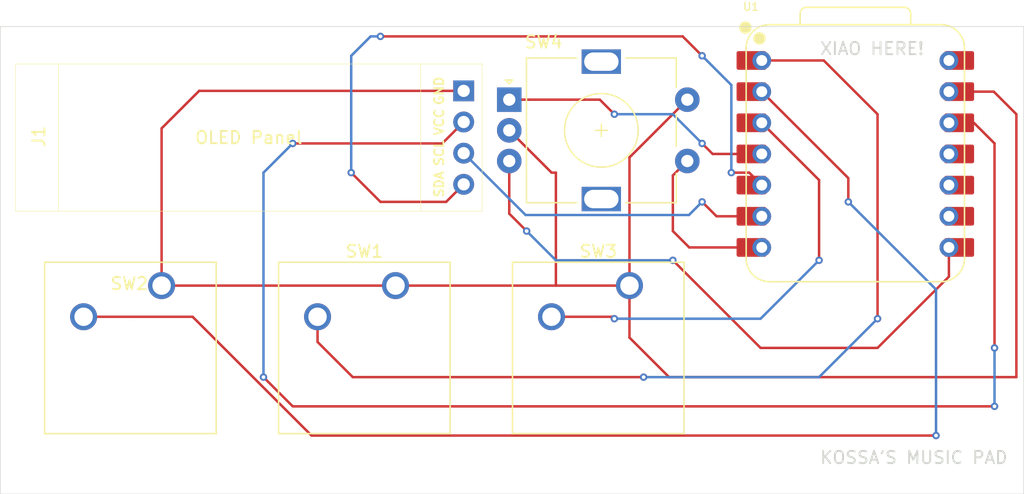
<source format=kicad_pcb>
(kicad_pcb (version 20241229) (generator "pcbnew") (generator_version "9.0")
  (layers (0 "F.Cu" signal) (2 "B.Cu" signal) (13 "F.Paste" user) (15 "B.Paste" user) (5 "F.SilkS" user "F.Silkscreen") (7 "B.SilkS" user "B.Silkscreen") (1 "F.Mask" user) (3 "B.Mask" user) (25 "Edge.Cuts" user))
  (net 0 "")
  (net 1 "+5V")
  (net 2 "GND")
  (net 3 "Net-(U1-GPIO1{slash}RX)")
  (net 4 "Net-(J1-Pin_2)")
  (net 5 "Net-(J1-Pin_4)")
  (net 6 "Net-(J1-Pin_3)")
  (net 7 "Net-(U1-GPIO26{slash}ADC0{slash}A0)")
  (net 8 "Net-(U1-GPIO27{slash}ADC1{slash}A1)")
  (net 9 "Net-(U1-GPIO28{slash}ADC2{slash}A2)")
  (net 10 "Net-(U1-GPIO0{slash}TX)")
  (net 11 "Net-(U1-GPIO29{slash}ADC3{slash}A3)")
  (footprint "Button_Switch_Keyboard:SW_Cherry_MX_1.00u_PCB" (layer "F.Cu") (at 139.34125 142.5575)
    (property "Reference" "SW3" (at -2.54 -2.794 0) (layer "F.SilkS"))
    (property "Value" "SW_Push")
    (fp_line (start -9.525 -1.905) (end 4.445 -1.905) (stroke (width 0.12)) (layer "F.SilkS"))
    (fp_line (start -9.525 12.065) (end -9.525 -1.905) (stroke (width 0.12)) (layer "F.SilkS"))
    (fp_line (start 4.445 -1.905) (end 4.445 12.065) (stroke (width 0.12)) (layer "F.SilkS"))
    (fp_line (start 4.445 12.065) (end -9.525 12.065) (stroke (width 0.12)) (layer "F.SilkS"))
    (pad "" np_thru_hole circle (at -7.62 5.08) (size 1.7 1.7) (drill 1.7) (layers "*.Cu" "*.Mask"))
    (pad "" np_thru_hole circle (at -2.54 5.08) (size 4 4) (drill 4) (layers "*.Cu" "*.Mask"))
    (pad "" np_thru_hole circle (at 2.54 5.08) (size 1.7 1.7) (drill 1.7) (layers "*.Cu" "*.Mask"))
    (pad "1" thru_hole circle (at 0 0) (size 2.2 2.2) (drill 1.5) (layers "*.Cu" "*.Mask") (net 2 "GND"))
    (pad "2" thru_hole circle (at -6.35 2.54) (size 2.2 2.2) (drill 1.5) (layers "*.Cu" "*.Mask") (net 9 "Net-(U1-GPIO28{slash}ADC2{slash}A2)"))
  )
  (footprint "0.91 OLED:SSD1306-0.91-OLED-4pin-128x32" (layer "F.Cu") (at 89.34125 124.4925)
    (property "Reference" "J1" (at 1.9 5.91 90) (layer "F.SilkS"))
    (property "Value" "Conn_01x04_Pin")
    (fp_line (start 0 0) (end 0 12) (stroke (width 0.04)) (layer "F.SilkS"))
    (fp_line (start 0 12) (end 38 12) (stroke (width 0.04)) (layer "F.SilkS"))
    (fp_line (start 3.5 0) (end 3.5 12) (stroke (width 0.04)) (layer "F.SilkS"))
    (fp_line (start 33 0) (end 33 12) (stroke (width 0.04)) (layer "F.SilkS"))
    (fp_line (start 38 0) (end 0 0) (stroke (width 0.04)) (layer "F.SilkS"))
    (fp_line (start 38 12) (end 38 0) (stroke (width 0.04)) (layer "F.SilkS"))
    (fp_text user "GND" (at 34.5 2.19 270) (layer "F.SilkS") (effects (font (size 0.75 0.75))))
    (fp_text user "OLED Panel" (at 19 6 0) (layer "F.SilkS"))
    (fp_text user "VCC" (at 34.5 4.73 270) (layer "F.SilkS") (effects (font (size 0.75 0.75))))
    (fp_text user "SDA" (at 34.5 9.81 270) (layer "F.SilkS") (effects (font (size 0.75 0.75))))
    (fp_text user "SCL" (at 34.5 7.27 270) (layer "F.SilkS") (effects (font (size 0.75 0.75))))
    (pad "1" thru_hole rect (at 36.5 2.19) (size 1.7 1.7) (drill 1) (layers "*.Cu" "*.Mask") (net 2 "GND"))
    (pad "2" thru_hole oval (at 36.5 4.73) (size 1.7 1.7) (drill 1) (layers "*.Cu" "*.Mask") (net 4 "Net-(J1-Pin_2)"))
    (pad "3" thru_hole oval (at 36.5 7.27) (size 1.7 1.7) (drill 1) (layers "*.Cu" "*.Mask") (net 6 "Net-(J1-Pin_3)"))
    (pad "4" thru_hole oval (at 36.5 9.81) (size 1.7 1.7) (drill 1) (layers "*.Cu" "*.Mask") (net 5 "Net-(J1-Pin_4)"))
  )
  (footprint "OPL Lib:XIAO-RP2040-DIP" (layer "F.Cu") (at 157.734 131.826)
    (property "Reference" "U1" (at -8.5 -12 0) (layer "F.SilkS") (effects (font (size 0.635 0.635) (thickness 0.1016))))
    (property "Value" "XIAO-RP2040-DIP")
    (fp_line (start -8.89 8.509) (end -8.89 -8.636) (stroke (width 0.127)) (layer "F.SilkS"))
    (fp_line (start -6.985 10.414) (end 6.985 10.414) (stroke (width 0.127)) (layer "F.SilkS"))
    (fp_line (start -4.495 -10.541) (end -4.491272 -11.451272) (stroke (width 0.127)) (layer "F.SilkS"))
    (fp_line (start -3.991272 -11.951) (end 4.004 -11.951) (stroke (width 0.127)) (layer "F.SilkS"))
    (fp_line (start 4.504 -11.451) (end 4.504 -10.541) (stroke (width 0.127)) (layer "F.SilkS"))
    (fp_line (start 6.985 -10.541) (end -6.985 -10.541) (stroke (width 0.1)) (layer "F.SilkS"))
    (fp_line (start 6.985 -10.541) (end -6.985 -10.541) (stroke (width 0.127)) (layer "F.SilkS"))
    (fp_line (start 8.89 8.509) (end 8.89 -8.636) (stroke (width 0.127)) (layer "F.SilkS"))
    (fp_arc (start -8.89 -8.636) (mid -8.332038 -9.983038) (end -6.985 -10.541) (stroke (width 0.127)) (layer "F.SilkS"))
    (fp_arc (start -6.985 10.414) (mid -8.332038 9.856038) (end -8.89 8.509) (stroke (width 0.127)) (layer "F.SilkS"))
    (fp_arc (start -4.491272 -11.451272) (mid -4.344728 -11.80464) (end -3.991272 -11.951) (stroke (width 0.127)) (layer "F.SilkS"))
    (fp_arc (start 4.004 -11.951) (mid 4.357553 -11.804553) (end 4.504 -11.451) (stroke (width 0.127)) (layer "F.SilkS"))
    (fp_arc (start 6.985 -10.541) (mid 8.332038 -9.983038) (end 8.89 -8.636) (stroke (width 0.127)) (layer "F.SilkS"))
    (fp_arc (start 8.89 8.509) (mid 8.332038 9.856038) (end 6.985 10.414) (stroke (width 0.127)) (layer "F.SilkS"))
    (fp_circle (center -8.95 -10.3) (end -8.95 -10.554) (stroke (width 0.5)) (fill yes) (layer "F.SilkS"))
    (fp_circle (center -7.807 -9.42) (end -7.807 -9.674) (stroke (width 0.5)) (fill yes) (layer "F.SilkS"))
    (pad "1" smd roundrect (at -8.455 -7.62 180) (size 2.432 1.524) (layers "F.Cu" "F.Mask") (roundrect_rratio 0.1) (net 7 "Net-(U1-GPIO26{slash}ADC0{slash}A0)"))
    (pad "1" thru_hole circle (at -7.62 -7.62 180) (size 1.524 1.524) (drill 0.889) (layers "*.Cu" "*.Mask") (net 7 "Net-(U1-GPIO26{slash}ADC0{slash}A0)"))
    (pad "2" smd roundrect (at -8.455 -5.08 180) (size 2.432 1.524) (layers "F.Cu" "F.Mask") (roundrect_rratio 0.1) (net 8 "Net-(U1-GPIO27{slash}ADC1{slash}A1)"))
    (pad "2" thru_hole circle (at -7.62 -5.08 180) (size 1.524 1.524) (drill 0.889) (layers "*.Cu" "*.Mask") (net 8 "Net-(U1-GPIO27{slash}ADC1{slash}A1)"))
    (pad "3" smd roundrect (at -8.455 -2.54 180) (size 2.432 1.524) (layers "F.Cu" "F.Mask") (roundrect_rratio 0.1) (net 9 "Net-(U1-GPIO28{slash}ADC2{slash}A2)"))
    (pad "3" thru_hole circle (at -7.62 -2.54 180) (size 1.524 1.524) (drill 0.889) (layers "*.Cu" "*.Mask") (net 9 "Net-(U1-GPIO28{slash}ADC2{slash}A2)"))
    (pad "4" smd roundrect (at -8.455 0 180) (size 2.432 1.524) (layers "F.Cu" "F.Mask") (roundrect_rratio 0.1) (net 11 "Net-(U1-GPIO29{slash}ADC3{slash}A3)"))
    (pad "4" thru_hole circle (at -7.62 0 180) (size 1.524 1.524) (drill 0.889) (layers "*.Cu" "*.Mask") (net 11 "Net-(U1-GPIO29{slash}ADC3{slash}A3)"))
    (pad "5" smd roundrect (at -8.455 2.54 180) (size 2.432 1.524) (layers "F.Cu" "F.Mask") (roundrect_rratio 0.1) (net 5 "Net-(J1-Pin_4)"))
    (pad "5" thru_hole circle (at -7.62 2.54 180) (size 1.524 1.524) (drill 0.889) (layers "*.Cu" "*.Mask") (net 5 "Net-(J1-Pin_4)"))
    (pad "6" smd roundrect (at -8.455 5.08 180) (size 2.432 1.524) (layers "F.Cu" "F.Mask") (roundrect_rratio 0.1) (net 6 "Net-(J1-Pin_3)"))
    (pad "6" thru_hole circle (at -7.62 5.08 180) (size 1.524 1.524) (drill 0.889) (layers "*.Cu" "*.Mask") (net 6 "Net-(J1-Pin_3)"))
    (pad "7" smd roundrect (at -8.455 7.62 180) (size 2.432 1.524) (layers "F.Cu" "F.Mask") (roundrect_rratio 0.1) (net 10 "Net-(U1-GPIO0{slash}TX)"))
    (pad "7" thru_hole circle (at -7.62 7.62 180) (size 1.524 1.524) (drill 0.889) (layers "*.Cu" "*.Mask") (net 10 "Net-(U1-GPIO0{slash}TX)"))
    (pad "8" thru_hole circle (at 7.62 7.62) (size 1.524 1.524) (drill 0.889) (layers "*.Cu" "*.Mask") (net 3 "Net-(U1-GPIO1{slash}RX)"))
    (pad "8" smd roundrect (at 8.455 7.62) (size 2.432 1.524) (layers "F.Cu" "F.Mask") (roundrect_rratio 0.1) (net 3 "Net-(U1-GPIO1{slash}RX)"))
    (pad "9" thru_hole circle (at 7.62 5.08) (size 1.524 1.524) (drill 0.889) (layers "*.Cu" "*.Mask"))
    (pad "9" smd roundrect (at 8.455 5.08) (size 2.432 1.524) (layers "F.Cu" "F.Mask") (roundrect_rratio 0.1))
    (pad "10" thru_hole circle (at 7.62 2.54) (size 1.524 1.524) (drill 0.889) (layers "*.Cu" "*.Mask"))
    (pad "10" smd roundrect (at 8.455 2.54) (size 2.432 1.524) (layers "F.Cu" "F.Mask") (roundrect_rratio 0.1))
    (pad "11" thru_hole circle (at 7.62 0) (size 1.524 1.524) (drill 0.889) (layers "*.Cu" "*.Mask"))
    (pad "11" smd roundrect (at 8.455 0) (size 2.432 1.524) (layers "F.Cu" "F.Mask") (roundrect_rratio 0.1))
    (pad "12" thru_hole circle (at 7.62 -2.54) (size 1.524 1.524) (drill 0.889) (layers "*.Cu" "*.Mask") (net 4 "Net-(J1-Pin_2)"))
    (pad "12" smd roundrect (at 8.455 -2.54) (size 2.432 1.524) (layers "F.Cu" "F.Mask") (roundrect_rratio 0.1) (net 4 "Net-(J1-Pin_2)"))
    (pad "13" thru_hole circle (at 7.62 -5.08) (size 1.524 1.524) (drill 0.889) (layers "*.Cu" "*.Mask") (net 2 "GND"))
    (pad "13" smd roundrect (at 8.455 -5.08) (size 2.432 1.524) (layers "F.Cu" "F.Mask") (roundrect_rratio 0.1) (net 2 "GND"))
    (pad "14" thru_hole circle (at 7.62 -7.62) (size 1.524 1.524) (drill 0.889) (layers "*.Cu" "*.Mask") (net 1 "+5V"))
    (pad "14" smd roundrect (at 8.455 -7.62) (size 2.432 1.524) (layers "F.Cu" "F.Mask") (roundrect_rratio 0.1) (net 1 "+5V"))
  )
  (footprint "Button_Switch_Keyboard:SW_Cherry_MX_1.00u_PCB" (layer "F.Cu") (at 120.29125 142.5575)
    (property "Reference" "SW1" (at -2.54 -2.794 0) (layer "F.SilkS"))
    (property "Value" "SW_Push")
    (fp_line (start -9.525 -1.905) (end 4.445 -1.905) (stroke (width 0.12)) (layer "F.SilkS"))
    (fp_line (start -9.525 12.065) (end -9.525 -1.905) (stroke (width 0.12)) (layer "F.SilkS"))
    (fp_line (start 4.445 -1.905) (end 4.445 12.065) (stroke (width 0.12)) (layer "F.SilkS"))
    (fp_line (start 4.445 12.065) (end -9.525 12.065) (stroke (width 0.12)) (layer "F.SilkS"))
    (pad "" np_thru_hole circle (at -7.62 5.08) (size 1.7 1.7) (drill 1.7) (layers "*.Cu" "*.Mask"))
    (pad "" np_thru_hole circle (at -2.54 5.08) (size 4 4) (drill 4) (layers "*.Cu" "*.Mask"))
    (pad "" np_thru_hole circle (at 2.54 5.08) (size 1.7 1.7) (drill 1.7) (layers "*.Cu" "*.Mask"))
    (pad "1" thru_hole circle (at 0 0) (size 2.2 2.2) (drill 1.5) (layers "*.Cu" "*.Mask") (net 2 "GND"))
    (pad "2" thru_hole circle (at -6.35 2.54) (size 2.2 2.2) (drill 1.5) (layers "*.Cu" "*.Mask") (net 7 "Net-(U1-GPIO26{slash}ADC0{slash}A0)"))
  )
  (footprint "Rotary Encoder EC11:RotaryEncoder_Alps_EC11E-Switch_Vertical_H20mm" (layer "F.Cu") (at 129.55125 127.40125)
    (property "Reference" "SW4" (at 2.8 -4.7 0) (layer "F.SilkS"))
    (property "Value" "RotaryEncoder_Switch")
    (fp_line (start -0.3 -1.6) (end 0.3 -1.6) (stroke (width 0.12)) (layer "F.SilkS"))
    (fp_line (start 0 -1.3) (end -0.3 -1.6) (stroke (width 0.12)) (layer "F.SilkS"))
    (fp_line (start 0.3 -1.6) (end 0 -1.3) (stroke (width 0.12)) (layer "F.SilkS"))
    (fp_line (start 1.4 -3.4) (end 1.4 8.4) (stroke (width 0.12)) (layer "F.SilkS"))
    (fp_line (start 5.5 -3.4) (end 1.4 -3.4) (stroke (width 0.12)) (layer "F.SilkS"))
    (fp_line (start 5.5 8.4) (end 1.4 8.4) (stroke (width 0.12)) (layer "F.SilkS"))
    (fp_line (start 7 2.5) (end 8 2.5) (stroke (width 0.12)) (layer "F.SilkS"))
    (fp_line (start 7.5 2) (end 7.5 3) (stroke (width 0.12)) (layer "F.SilkS"))
    (fp_line (start 9.5 -3.4) (end 13.6 -3.4) (stroke (width 0.12)) (layer "F.SilkS"))
    (fp_line (start 13.6 -3.4) (end 13.6 -1) (stroke (width 0.12)) (layer "F.SilkS"))
    (fp_line (start 13.6 1.2) (end 13.6 3.8) (stroke (width 0.12)) (layer "F.SilkS"))
    (fp_line (start 13.6 6) (end 13.6 8.4) (stroke (width 0.12)) (layer "F.SilkS"))
    (fp_line (start 13.6 8.4) (end 9.5 8.4) (stroke (width 0.12)) (layer "F.SilkS"))
    (fp_circle (center 7.5 2.5) (end 10.5 2.5) (stroke (width 0.12)) (fill no) (layer "F.SilkS"))
    (pad "A" thru_hole rect (at 0 0) (size 2 2) (drill 1) (layers "*.Cu" "*.Mask") (net 11 "Net-(U1-GPIO29{slash}ADC3{slash}A3)"))
    (pad "B" thru_hole circle (at 0 5) (size 2 2) (drill 1) (layers "*.Cu" "*.Mask") (net 3 "Net-(U1-GPIO1{slash}RX)"))
    (pad "C" thru_hole circle (at 0 2.5) (size 2 2) (drill 1) (layers "*.Cu" "*.Mask") (net 2 "GND"))
    (pad "MP" thru_hole rect (at 7.5 -3.1) (size 3.2 2) (drill oval 2.8 1.5) (layers "*.Cu" "*.Mask"))
    (pad "MP" thru_hole rect (at 7.5 8.1) (size 3.2 2) (drill oval 2.8 1.5) (layers "*.Cu" "*.Mask"))
    (pad "S1" thru_hole circle (at 14.5 5) (size 2 2) (drill 1) (layers "*.Cu" "*.Mask") (net 10 "Net-(U1-GPIO0{slash}TX)"))
    (pad "S2" thru_hole circle (at 14.5 0) (size 2 2) (drill 1) (layers "*.Cu" "*.Mask") (net 2 "GND"))
  )
  (footprint "Button_Switch_Keyboard:SW_Cherry_MX_1.00u_PCB" (layer "F.Cu") (at 101.24125 142.5575)
    (property "Reference" "SW2" (at -2.63 -0.16 0) (layer "F.SilkS"))
    (property "Value" "SW_Push")
    (fp_line (start -9.525 -1.905) (end 4.445 -1.905) (stroke (width 0.12)) (layer "F.SilkS"))
    (fp_line (start -9.525 12.065) (end -9.525 -1.905) (stroke (width 0.12)) (layer "F.SilkS"))
    (fp_line (start 4.445 -1.905) (end 4.445 12.065) (stroke (width 0.12)) (layer "F.SilkS"))
    (fp_line (start 4.445 12.065) (end -9.525 12.065) (stroke (width 0.12)) (layer "F.SilkS"))
    (pad "" np_thru_hole circle (at -7.62 5.08) (size 1.7 1.7) (drill 1.7) (layers "*.Cu" "*.Mask"))
    (pad "" np_thru_hole circle (at -2.54 5.08) (size 4 4) (drill 4) (layers "*.Cu" "*.Mask"))
    (pad "" np_thru_hole circle (at 2.54 5.08) (size 1.7 1.7) (drill 1.7) (layers "*.Cu" "*.Mask"))
    (pad "1" thru_hole circle (at 0 0) (size 2.2 2.2) (drill 1.5) (layers "*.Cu" "*.Mask") (net 2 "GND"))
    (pad "2" thru_hole circle (at -6.35 2.54) (size 2.2 2.2) (drill 1.5) (layers "*.Cu" "*.Mask") (net 8 "Net-(U1-GPIO27{slash}ADC1{slash}A1)"))
  )
  (gr_rect (start 88.10625 121.44375) (end 171.45 159.54375) (stroke (width 0.05)) (fill no) (layer "Edge.Cuts"))
  (gr_text "KOSSA'S MUSIC PAD" (at 154.78125 157.1625 0) (layer "Edge.Cuts") (effects (font (size 1 1)) (justify left bottom)))
  (gr_text "XIAO HERE!" (at 154.78125 123.825 0) (layer "Edge.Cuts") (effects (font (size 1 1)) (justify left bottom)))
  (segment (start 165.354 124.206) (end 166.189 124.206) (width 0.2) (layer "F.Cu") (net 1))
  (segment (start 144.05125 127.40125) (end 139.34125 132.11125) (width 0.2) (layer "F.Cu") (net 2))
  (segment (start 104.29875 126.6825) (end 101.24125 129.74) (width 0.2) (layer "F.Cu") (net 2))
  (segment (start 129.55125 129.90125) (end 133 133.35) (width 0.2) (layer "F.Cu") (net 2))
  (segment (start 101.24125 142.5575) (end 120.29125 142.5575) (width 0.2) (layer "F.Cu") (net 2))
  (segment (start 142.56403 150.01875) (end 139.34125 146.79597) (width 0.2) (layer "F.Cu") (net 2))
  (segment (start 165.354 126.746) (end 169.0075 126.746) (width 0.2) (layer "F.Cu") (net 2))
  (segment (start 170.849 150.01875) (end 142.56403 150.01875) (width 0.2) (layer "F.Cu") (net 2))
  (segment (start 125.84125 126.6825) (end 104.29875 126.6825) (width 0.2) (layer "F.Cu") (net 2))
  (segment (start 133.35 142.5575) (end 139.34125 142.5575) (width 0.2) (layer "F.Cu") (net 2))
  (segment (start 139.34125 146.79597) (end 139.34125 142.5575) (width 0.2) (layer "F.Cu") (net 2))
  (segment (start 101.24125 129.74) (end 101.24125 142.5575) (width 0.2) (layer "F.Cu") (net 2))
  (segment (start 133.35 133.35) (end 133.35 142.5575) (width 0.2) (layer "F.Cu") (net 2))
  (segment (start 139.34125 132.11125) (end 139.34125 142.5575) (width 0.2) (layer "F.Cu") (net 2))
  (segment (start 133 133.35) (end 133.35 133.35) (width 0.2) (layer "F.Cu") (net 2))
  (segment (start 120.29125 142.5575) (end 133.35 142.5575) (width 0.2) (layer "F.Cu") (net 2))
  (segment (start 169.0075 126.746) (end 170.849 128.5875) (width 0.2) (layer "F.Cu") (net 2))
  (segment (start 170.849 128.5875) (end 170.849 150.01875) (width 0.2) (layer "F.Cu") (net 2))
  (segment (start 130.96875 138.1125) (end 129.55125 136.695) (width 0.2) (layer "F.Cu") (net 3))
  (segment (start 129.55125 136.695) (end 129.55125 132.40125) (width 0.2) (layer "F.Cu") (net 3))
  (segment (start 165.354 139.446) (end 165.354 141.82725) (width 0.2) (layer "F.Cu") (net 3))
  (segment (start 159.54375 147.6375) (end 150.01875 147.6375) (width 0.2) (layer "F.Cu") (net 3))
  (segment (start 150.01875 147.6375) (end 142.875 140.49375) (width 0.2) (layer "F.Cu") (net 3))
  (segment (start 165.354 141.82725) (end 159.54375 147.6375) (width 0.2) (layer "F.Cu") (net 3))
  (via (at 130.96875 138.1125) (size 0.6) (drill 0.3) (layers "F.Cu" "B.Cu") (net 3))
  (via (at 142.875 140.49375) (size 0.6) (drill 0.3) (layers "F.Cu" "B.Cu") (net 3))
  (segment (start 142.875 140.49375) (end 133.35 140.49375) (width 0.2) (layer "B.Cu") (net 3))
  (segment (start 133.35 140.49375) (end 130.96875 138.1125) (width 0.2) (layer "B.Cu") (net 3))
  (segment (start 111.91875 130.96875) (end 124.095 130.96875) (width 0.2) (layer "F.Cu") (net 4))
  (segment (start 169.06875 152.4) (end 111.91875 152.4) (width 0.2) (layer "F.Cu") (net 4))
  (segment (start 167.386 129.286) (end 169.06875 130.96875) (width 0.2) (layer "F.Cu") (net 4))
  (segment (start 165.354 129.286) (end 167.386 129.286) (width 0.2) (layer "F.Cu") (net 4))
  (segment (start 111.91875 152.4) (end 109.5375 150.01875) (width 0.2) (layer "F.Cu") (net 4))
  (segment (start 169.06875 130.96875) (end 169.06875 147.6375) (width 0.2) (layer "F.Cu") (net 4))
  (segment (start 124.095 130.96875) (end 125.84125 129.2225) (width 0.2) (layer "F.Cu") (net 4))
  (via (at 169.06875 147.6375) (size 0.6) (drill 0.3) (layers "F.Cu" "B.Cu") (net 4))
  (via (at 169.06875 152.4) (size 0.6) (drill 0.3) (layers "F.Cu" "B.Cu") (net 4))
  (via (at 111.91875 130.96875) (size 0.6) (drill 0.3) (layers "F.Cu" "B.Cu") (net 4))
  (via (at 109.5375 150.01875) (size 0.6) (drill 0.3) (layers "F.Cu" "B.Cu") (net 4))
  (segment (start 169.06875 147.6375) (end 169.06875 152.4) (width 0.2) (layer "B.Cu") (net 4))
  (segment (start 109.5375 150.01875) (end 109.5375 133.35) (width 0.2) (layer "B.Cu") (net 4))
  (segment (start 109.5375 133.35) (end 111.91875 130.96875) (width 0.2) (layer "B.Cu") (net 4))
  (segment (start 124.4125 135.73125) (end 119.0625 135.73125) (width 0.2) (layer "F.Cu") (net 5))
  (segment (start 147.6375 133.35) (end 149.098 133.35) (width 0.2) (layer "F.Cu") (net 5))
  (segment (start 125.84125 134.3025) (end 124.4125 135.73125) (width 0.2) (layer "F.Cu") (net 5))
  (segment (start 119.0625 122.24375) (end 143.675 122.24375) (width 0.2) (layer "F.Cu") (net 5))
  (segment (start 149.098 133.35) (end 150.114 134.366) (width 0.2) (layer "F.Cu") (net 5))
  (segment (start 119.0625 135.73125) (end 116.68125 133.35) (width 0.2) (layer "F.Cu") (net 5))
  (segment (start 143.675 122.24375) (end 145.25625 123.825) (width 0.2) (layer "F.Cu") (net 5))
  (via (at 116.68125 133.35) (size 0.6) (drill 0.3) (layers "F.Cu" "B.Cu") (net 5))
  (via (at 147.6375 133.35) (size 0.6) (drill 0.3) (layers "F.Cu" "B.Cu") (net 5))
  (via (at 119.0625 122.24375) (size 0.6) (drill 0.3) (layers "F.Cu" "B.Cu") (net 5))
  (via (at 145.25625 123.825) (size 0.6) (drill 0.3) (layers "F.Cu" "B.Cu") (net 5))
  (segment (start 116.68125 133.35) (end 116.68125 123.825) (width 0.2) (layer "B.Cu") (net 5))
  (segment (start 118.2625 122.24375) (end 119.0625 122.24375) (width 0.2) (layer "B.Cu") (net 5))
  (segment (start 116.68125 123.825) (end 118.2625 122.24375) (width 0.2) (layer "B.Cu") (net 5))
  (segment (start 145.25625 123.825) (end 147.6375 126.20625) (width 0.2) (layer "B.Cu") (net 5))
  (segment (start 147.6375 126.20625) (end 147.6375 133.35) (width 0.2) (layer "B.Cu") (net 5))
  (segment (start 150.114 136.906) (end 146.431 136.906) (width 0.2) (layer "F.Cu") (net 6))
  (segment (start 146.431 136.906) (end 145.25625 135.73125) (width 0.2) (layer "F.Cu") (net 6))
  (via (at 145.25625 135.73125) (size 0.6) (drill 0.3) (layers "F.Cu" "B.Cu") (net 6))
  (segment (start 145.25625 135.73125) (end 144.18525 136.80225) (width 0.2) (layer "B.Cu") (net 6))
  (segment (start 130.881 136.80225) (end 125.84125 131.7625) (width 0.2) (layer "B.Cu") (net 6))
  (segment (start 144.18525 136.80225) (end 130.881 136.80225) (width 0.2) (layer "B.Cu") (net 6))
  (segment (start 116.807684 150.01875) (end 140.49375 150.01875) (width 0.2) (layer "F.Cu") (net 7))
  (segment (start 159.54375 145.25625) (end 159.54375 128.5875) (width 0.2) (layer "F.Cu") (net 7))
  (segment (start 155.16225 124.206) (end 149.279 124.206) (width 0.2) (layer "F.Cu") (net 7))
  (segment (start 113.94125 145.0975) (end 113.94125 147.152316) (width 0.2) (layer "F.Cu") (net 7))
  (segment (start 113.94125 147.152316) (end 116.807684 150.01875) (width 0.2) (layer "F.Cu") (net 7))
  (segment (start 159.54375 128.5875) (end 155.16225 124.206) (width 0.2) (layer "F.Cu") (net 7))
  (via (at 159.54375 145.25625) (size 0.6) (drill 0.3) (layers "F.Cu" "B.Cu") (net 7))
  (via (at 140.49375 150.01875) (size 0.6) (drill 0.3) (layers "F.Cu" "B.Cu") (net 7))
  (segment (start 140.49375 150.01875) (end 154.78125 150.01875) (width 0.2) (layer "B.Cu") (net 7))
  (segment (start 154.78125 150.01875) (end 159.54375 145.25625) (width 0.2) (layer "B.Cu") (net 7))
  (segment (start 103.766307 145.0975) (end 113.450057 154.78125) (width 0.2) (layer "F.Cu") (net 8))
  (segment (start 157.1625 135.73125) (end 157.1625 133.7945) (width 0.2) (layer "F.Cu") (net 8))
  (segment (start 113.450057 154.78125) (end 164.30625 154.78125) (width 0.2) (layer "F.Cu") (net 8))
  (segment (start 94.89125 145.0975) (end 103.766307 145.0975) (width 0.2) (layer "F.Cu") (net 8))
  (segment (start 157.1625 133.7945) (end 150.114 126.746) (width 0.2) (layer "F.Cu") (net 8))
  (via (at 164.30625 154.78125) (size 0.6) (drill 0.3) (layers "F.Cu" "B.Cu") (net 8))
  (via (at 157.1625 135.73125) (size 0.6) (drill 0.3) (layers "F.Cu" "B.Cu") (net 8))
  (segment (start 164.30625 154.78125) (end 164.30625 142.875) (width 0.2) (layer "B.Cu") (net 8))
  (segment (start 164.30625 142.875) (end 157.1625 135.73125) (width 0.2) (layer "B.Cu") (net 8))
  (segment (start 137.95375 145.0975) (end 138.1125 145.25625) (width 0.2) (layer "F.Cu") (net 9))
  (segment (start 154.78125 133.95325) (end 150.114 129.286) (width 0.2) (layer "F.Cu") (net 9))
  (segment (start 154.78125 140.49375) (end 154.78125 133.95325) (width 0.2) (layer "F.Cu") (net 9))
  (segment (start 132.99125 145.0975) (end 137.95375 145.0975) (width 0.2) (layer "F.Cu") (net 9))
  (via (at 154.78125 140.49375) (size 0.6) (drill 0.3) (layers "F.Cu" "B.Cu") (net 9))
  (via (at 138.1125 145.25625) (size 0.6) (drill 0.3) (layers "F.Cu" "B.Cu") (net 9))
  (segment (start 150.01875 145.25625) (end 154.78125 140.49375) (width 0.2) (layer "B.Cu") (net 9))
  (segment (start 138.1125 145.25625) (end 150.01875 145.25625) (width 0.2) (layer "B.Cu") (net 9))
  (segment (start 142.875 133.5775) (end 144.05125 132.40125) (width 0.2) (layer "F.Cu") (net 10))
  (segment (start 142.875 138.1125) (end 142.875 133.5775) (width 0.2) (layer "F.Cu") (net 10))
  (segment (start 150.114 139.446) (end 144.2085 139.446) (width 0.2) (layer "F.Cu") (net 10))
  (segment (start 144.2085 139.446) (end 142.875 138.1125) (width 0.2) (layer "F.Cu") (net 10))
  (segment (start 129.55125 127.40125) (end 136.92625 127.40125) (width 0.2) (layer "F.Cu") (net 11))
  (segment (start 136.92625 127.40125) (end 138.1125 128.5875) (width 0.2) (layer "F.Cu") (net 11))
  (segment (start 145.25625 130.96875) (end 146.1135 131.826) (width 0.2) (layer "F.Cu") (net 11))
  (segment (start 146.1135 131.826) (end 150.114 131.826) (width 0.2) (layer "F.Cu") (net 11))
  (via (at 138.1125 128.5875) (size 0.6) (drill 0.3) (layers "F.Cu" "B.Cu") (net 11))
  (via (at 145.25625 130.96875) (size 0.6) (drill 0.3) (layers "F.Cu" "B.Cu") (net 11))
  (segment (start 142.875 128.5875) (end 145.25625 130.96875) (width 0.2) (layer "B.Cu") (net 11))
  (segment (start 138.1125 128.5875) (end 142.875 128.5875) (width 0.2) (layer "B.Cu") (net 11))
)
</source>
